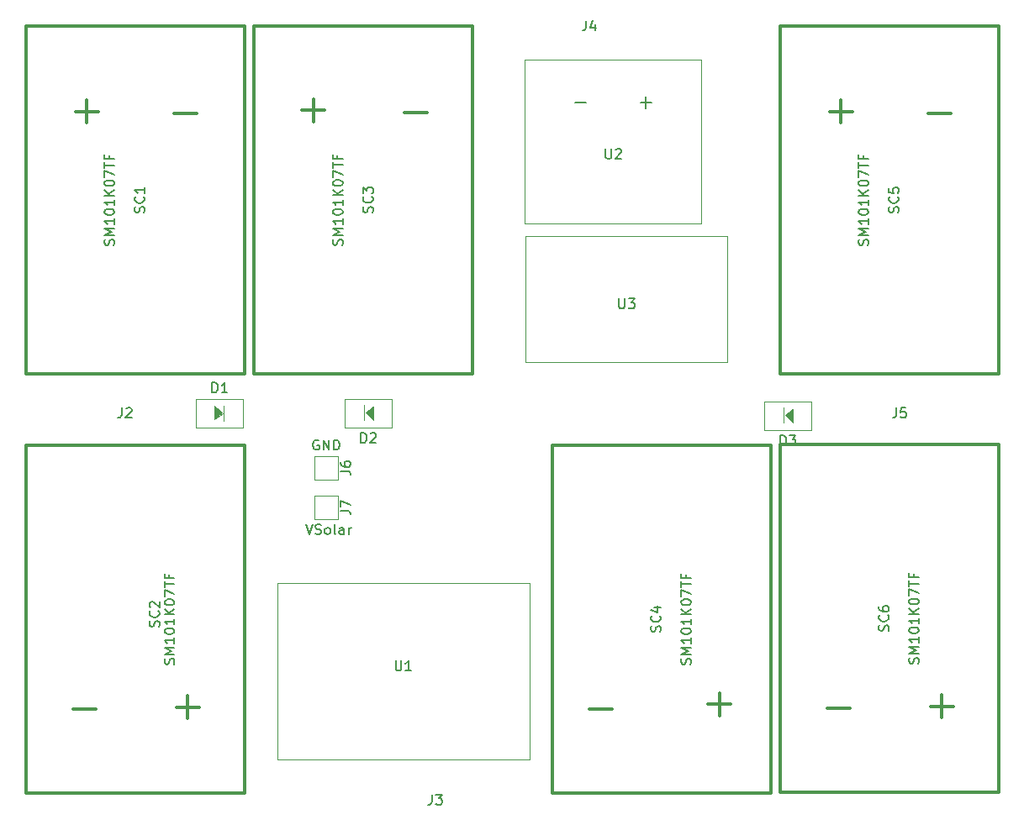
<source format=gbr>
%TF.GenerationSoftware,KiCad,Pcbnew,(5.1.10)-1*%
%TF.CreationDate,2022-06-07T20:21:30-07:00*%
%TF.ProjectId,solar-panel-side-Z,736f6c61-722d-4706-916e-656c2d736964,1.1*%
%TF.SameCoordinates,Original*%
%TF.FileFunction,Legend,Top*%
%TF.FilePolarity,Positive*%
%FSLAX46Y46*%
G04 Gerber Fmt 4.6, Leading zero omitted, Abs format (unit mm)*
G04 Created by KiCad (PCBNEW (5.1.10)-1) date 2022-06-07 20:21:30*
%MOMM*%
%LPD*%
G01*
G04 APERTURE LIST*
%ADD10C,0.150000*%
%ADD11C,0.120000*%
%ADD12C,0.100000*%
%ADD13C,0.300000*%
%ADD14C,0.200000*%
G04 APERTURE END LIST*
D10*
X129988095Y-88250000D02*
X129892857Y-88202380D01*
X129750000Y-88202380D01*
X129607142Y-88250000D01*
X129511904Y-88345238D01*
X129464285Y-88440476D01*
X129416666Y-88630952D01*
X129416666Y-88773809D01*
X129464285Y-88964285D01*
X129511904Y-89059523D01*
X129607142Y-89154761D01*
X129750000Y-89202380D01*
X129845238Y-89202380D01*
X129988095Y-89154761D01*
X130035714Y-89107142D01*
X130035714Y-88773809D01*
X129845238Y-88773809D01*
X130464285Y-89202380D02*
X130464285Y-88202380D01*
X131035714Y-89202380D01*
X131035714Y-88202380D01*
X131511904Y-89202380D02*
X131511904Y-88202380D01*
X131750000Y-88202380D01*
X131892857Y-88250000D01*
X131988095Y-88345238D01*
X132035714Y-88440476D01*
X132083333Y-88630952D01*
X132083333Y-88773809D01*
X132035714Y-88964285D01*
X131988095Y-89059523D01*
X131892857Y-89154761D01*
X131750000Y-89202380D01*
X131511904Y-89202380D01*
X128714285Y-96702380D02*
X129047619Y-97702380D01*
X129380952Y-96702380D01*
X129666666Y-97654761D02*
X129809523Y-97702380D01*
X130047619Y-97702380D01*
X130142857Y-97654761D01*
X130190476Y-97607142D01*
X130238095Y-97511904D01*
X130238095Y-97416666D01*
X130190476Y-97321428D01*
X130142857Y-97273809D01*
X130047619Y-97226190D01*
X129857142Y-97178571D01*
X129761904Y-97130952D01*
X129714285Y-97083333D01*
X129666666Y-96988095D01*
X129666666Y-96892857D01*
X129714285Y-96797619D01*
X129761904Y-96750000D01*
X129857142Y-96702380D01*
X130095238Y-96702380D01*
X130238095Y-96750000D01*
X130809523Y-97702380D02*
X130714285Y-97654761D01*
X130666666Y-97607142D01*
X130619047Y-97511904D01*
X130619047Y-97226190D01*
X130666666Y-97130952D01*
X130714285Y-97083333D01*
X130809523Y-97035714D01*
X130952380Y-97035714D01*
X131047619Y-97083333D01*
X131095238Y-97130952D01*
X131142857Y-97226190D01*
X131142857Y-97511904D01*
X131095238Y-97607142D01*
X131047619Y-97654761D01*
X130952380Y-97702380D01*
X130809523Y-97702380D01*
X131714285Y-97702380D02*
X131619047Y-97654761D01*
X131571428Y-97559523D01*
X131571428Y-96702380D01*
X132523809Y-97702380D02*
X132523809Y-97178571D01*
X132476190Y-97083333D01*
X132380952Y-97035714D01*
X132190476Y-97035714D01*
X132095238Y-97083333D01*
X132523809Y-97654761D02*
X132428571Y-97702380D01*
X132190476Y-97702380D01*
X132095238Y-97654761D01*
X132047619Y-97559523D01*
X132047619Y-97464285D01*
X132095238Y-97369047D01*
X132190476Y-97321428D01*
X132428571Y-97321428D01*
X132523809Y-97273809D01*
X132999999Y-97702380D02*
X132999999Y-97035714D01*
X132999999Y-97226190D02*
X133047619Y-97130952D01*
X133095238Y-97083333D01*
X133190476Y-97035714D01*
X133285714Y-97035714D01*
D11*
%TO.C,J7*%
X131950000Y-93800000D02*
X131950000Y-96200000D01*
X131950000Y-96200000D02*
X129550000Y-96200000D01*
X129550000Y-96200000D02*
X129550000Y-93800000D01*
X129550000Y-93800000D02*
X131950000Y-93800000D01*
%TO.C,J6*%
X131950000Y-89800000D02*
X131950000Y-92200000D01*
X131950000Y-92200000D02*
X129550000Y-92200000D01*
X129550000Y-92200000D02*
X129550000Y-89800000D01*
X129550000Y-89800000D02*
X131950000Y-89800000D01*
%TO.C,U1*%
X138500000Y-102610000D02*
X125800000Y-102610000D01*
X125800000Y-111500000D02*
X125800000Y-102610000D01*
X138500000Y-102610000D02*
X151200000Y-102610000D01*
X151200000Y-111500000D02*
X151200000Y-102610000D01*
X125800000Y-111500000D02*
X125800000Y-120390000D01*
X138500000Y-120390000D02*
X125800000Y-120390000D01*
X138500000Y-120390000D02*
X151200000Y-120390000D01*
X151200000Y-111500000D02*
X151200000Y-120390000D01*
%TO.C,D3*%
X176818200Y-84937200D02*
X176818200Y-86486600D01*
D12*
G36*
X177758000Y-86461200D02*
G01*
X176945200Y-85724600D01*
X177758000Y-85115000D01*
X177758000Y-86461200D01*
G37*
X177758000Y-86461200D02*
X176945200Y-85724600D01*
X177758000Y-85115000D01*
X177758000Y-86461200D01*
D11*
X174875000Y-84300000D02*
X179625000Y-84300000D01*
X174875000Y-87200000D02*
X174875000Y-84300000D01*
X179625000Y-87200000D02*
X179625000Y-84300000D01*
X174875000Y-87200000D02*
X179625000Y-87200000D01*
%TO.C,D2*%
X134568200Y-84687200D02*
X134568200Y-86236600D01*
D12*
G36*
X135508000Y-86211200D02*
G01*
X134695200Y-85474600D01*
X135508000Y-84865000D01*
X135508000Y-86211200D01*
G37*
X135508000Y-86211200D02*
X134695200Y-85474600D01*
X135508000Y-84865000D01*
X135508000Y-86211200D01*
D11*
X132625000Y-84050000D02*
X137375000Y-84050000D01*
X132625000Y-86950000D02*
X132625000Y-84050000D01*
X137375000Y-86950000D02*
X137375000Y-84050000D01*
X132625000Y-86950000D02*
X137375000Y-86950000D01*
%TO.C,D1*%
X120431800Y-86312800D02*
X120431800Y-84763400D01*
D12*
G36*
X119492000Y-84788800D02*
G01*
X120304800Y-85525400D01*
X119492000Y-86135000D01*
X119492000Y-84788800D01*
G37*
X119492000Y-84788800D02*
X120304800Y-85525400D01*
X119492000Y-86135000D01*
X119492000Y-84788800D01*
D11*
X122375000Y-86950000D02*
X117625000Y-86950000D01*
X122375000Y-84050000D02*
X122375000Y-86950000D01*
X117625000Y-84050000D02*
X117625000Y-86950000D01*
X122375000Y-84050000D02*
X117625000Y-84050000D01*
%TO.C,U3*%
X161000000Y-67650000D02*
X150840000Y-67650000D01*
X150840000Y-67650000D02*
X150840000Y-74000000D01*
X161000000Y-67650000D02*
X171160000Y-67650000D01*
X171160000Y-67650000D02*
X171160000Y-74000000D01*
X150840000Y-80350000D02*
X150840000Y-74000000D01*
X161000000Y-80350000D02*
X150840000Y-80350000D01*
X171160000Y-80350000D02*
X171160000Y-74000000D01*
X161000000Y-80350000D02*
X171160000Y-80350000D01*
%TO.C,U2*%
X150760000Y-49895000D02*
X168540000Y-49895000D01*
X168540000Y-66405000D02*
X168540000Y-49895000D01*
X150760000Y-64500000D02*
X150760000Y-49895000D01*
X150760000Y-66405000D02*
X150760000Y-64500000D01*
X159650000Y-66405000D02*
X150760000Y-66405000D01*
X159650000Y-66405000D02*
X168540000Y-66405000D01*
D13*
%TO.C,SC5*%
X198452000Y-81508000D02*
X176452000Y-81508000D01*
X198452000Y-46508000D02*
X198452000Y-81508000D01*
X176452000Y-46508000D02*
X198452000Y-46508000D01*
X176452000Y-81508000D02*
X176452000Y-46508000D01*
%TO.C,SC4*%
X175500000Y-88750000D02*
X175500000Y-123750000D01*
X175500000Y-123750000D02*
X153500000Y-123750000D01*
X153500000Y-123750000D02*
X153500000Y-88750000D01*
X153500000Y-88750000D02*
X175500000Y-88750000D01*
%TO.C,SC6*%
X198452000Y-88672000D02*
X198452000Y-123672000D01*
X198452000Y-123672000D02*
X176452000Y-123672000D01*
X176452000Y-123672000D02*
X176452000Y-88672000D01*
X176452000Y-88672000D02*
X198452000Y-88672000D01*
%TO.C,SC3*%
X123500000Y-81500000D02*
X123500000Y-46500000D01*
X123500000Y-46500000D02*
X145500000Y-46500000D01*
X145500000Y-46500000D02*
X145500000Y-81500000D01*
X145500000Y-81500000D02*
X123500000Y-81500000D01*
%TO.C,SC2*%
X100506000Y-88750000D02*
X122506000Y-88750000D01*
X100506000Y-123750000D02*
X100506000Y-88750000D01*
X122506000Y-123750000D02*
X100506000Y-123750000D01*
X122506000Y-88750000D02*
X122506000Y-123750000D01*
%TO.C,SC1*%
X122506000Y-81508000D02*
X100506000Y-81508000D01*
X122506000Y-46508000D02*
X122506000Y-81508000D01*
X100506000Y-46508000D02*
X122506000Y-46508000D01*
X100506000Y-81508000D02*
X100506000Y-46508000D01*
%TO.C,J7*%
D10*
X132200380Y-95333333D02*
X132914666Y-95333333D01*
X133057523Y-95380952D01*
X133152761Y-95476190D01*
X133200380Y-95619047D01*
X133200380Y-95714285D01*
X132200380Y-94952380D02*
X132200380Y-94285714D01*
X133200380Y-94714285D01*
%TO.C,J6*%
X132200380Y-91333333D02*
X132914666Y-91333333D01*
X133057523Y-91380952D01*
X133152761Y-91476190D01*
X133200380Y-91619047D01*
X133200380Y-91714285D01*
X132200380Y-90428571D02*
X132200380Y-90619047D01*
X132248000Y-90714285D01*
X132295619Y-90761904D01*
X132438476Y-90857142D01*
X132628952Y-90904761D01*
X133009904Y-90904761D01*
X133105142Y-90857142D01*
X133152761Y-90809523D01*
X133200380Y-90714285D01*
X133200380Y-90523809D01*
X133152761Y-90428571D01*
X133105142Y-90380952D01*
X133009904Y-90333333D01*
X132771809Y-90333333D01*
X132676571Y-90380952D01*
X132628952Y-90428571D01*
X132581333Y-90523809D01*
X132581333Y-90714285D01*
X132628952Y-90809523D01*
X132676571Y-90857142D01*
X132771809Y-90904761D01*
%TO.C,U1*%
X137738095Y-110452380D02*
X137738095Y-111261904D01*
X137785714Y-111357142D01*
X137833333Y-111404761D01*
X137928571Y-111452380D01*
X138119047Y-111452380D01*
X138214285Y-111404761D01*
X138261904Y-111357142D01*
X138309523Y-111261904D01*
X138309523Y-110452380D01*
X139309523Y-111452380D02*
X138738095Y-111452380D01*
X139023809Y-111452380D02*
X139023809Y-110452380D01*
X138928571Y-110595238D01*
X138833333Y-110690476D01*
X138738095Y-110738095D01*
%TO.C,J5*%
X188166666Y-84952380D02*
X188166666Y-85666666D01*
X188119047Y-85809523D01*
X188023809Y-85904761D01*
X187880952Y-85952380D01*
X187785714Y-85952380D01*
X189119047Y-84952380D02*
X188642857Y-84952380D01*
X188595238Y-85428571D01*
X188642857Y-85380952D01*
X188738095Y-85333333D01*
X188976190Y-85333333D01*
X189071428Y-85380952D01*
X189119047Y-85428571D01*
X189166666Y-85523809D01*
X189166666Y-85761904D01*
X189119047Y-85857142D01*
X189071428Y-85904761D01*
X188976190Y-85952380D01*
X188738095Y-85952380D01*
X188642857Y-85904761D01*
X188595238Y-85857142D01*
%TO.C,J4*%
X156916666Y-45952380D02*
X156916666Y-46666666D01*
X156869047Y-46809523D01*
X156773809Y-46904761D01*
X156630952Y-46952380D01*
X156535714Y-46952380D01*
X157821428Y-46285714D02*
X157821428Y-46952380D01*
X157583333Y-45904761D02*
X157345238Y-46619047D01*
X157964285Y-46619047D01*
%TO.C,J3*%
X141416666Y-123952380D02*
X141416666Y-124666666D01*
X141369047Y-124809523D01*
X141273809Y-124904761D01*
X141130952Y-124952380D01*
X141035714Y-124952380D01*
X141797619Y-123952380D02*
X142416666Y-123952380D01*
X142083333Y-124333333D01*
X142226190Y-124333333D01*
X142321428Y-124380952D01*
X142369047Y-124428571D01*
X142416666Y-124523809D01*
X142416666Y-124761904D01*
X142369047Y-124857142D01*
X142321428Y-124904761D01*
X142226190Y-124952380D01*
X141940476Y-124952380D01*
X141845238Y-124904761D01*
X141797619Y-124857142D01*
%TO.C,J2*%
X110166666Y-84952380D02*
X110166666Y-85666666D01*
X110119047Y-85809523D01*
X110023809Y-85904761D01*
X109880952Y-85952380D01*
X109785714Y-85952380D01*
X110595238Y-85047619D02*
X110642857Y-85000000D01*
X110738095Y-84952380D01*
X110976190Y-84952380D01*
X111071428Y-85000000D01*
X111119047Y-85047619D01*
X111166666Y-85142857D01*
X111166666Y-85238095D01*
X111119047Y-85380952D01*
X110547619Y-85952380D01*
X111166666Y-85952380D01*
%TO.C,D3*%
X176511904Y-88742380D02*
X176511904Y-87742380D01*
X176750000Y-87742380D01*
X176892857Y-87790000D01*
X176988095Y-87885238D01*
X177035714Y-87980476D01*
X177083333Y-88170952D01*
X177083333Y-88313809D01*
X177035714Y-88504285D01*
X176988095Y-88599523D01*
X176892857Y-88694761D01*
X176750000Y-88742380D01*
X176511904Y-88742380D01*
X177416666Y-87742380D02*
X178035714Y-87742380D01*
X177702380Y-88123333D01*
X177845238Y-88123333D01*
X177940476Y-88170952D01*
X177988095Y-88218571D01*
X178035714Y-88313809D01*
X178035714Y-88551904D01*
X177988095Y-88647142D01*
X177940476Y-88694761D01*
X177845238Y-88742380D01*
X177559523Y-88742380D01*
X177464285Y-88694761D01*
X177416666Y-88647142D01*
%TO.C,D2*%
X134261904Y-88492380D02*
X134261904Y-87492380D01*
X134500000Y-87492380D01*
X134642857Y-87540000D01*
X134738095Y-87635238D01*
X134785714Y-87730476D01*
X134833333Y-87920952D01*
X134833333Y-88063809D01*
X134785714Y-88254285D01*
X134738095Y-88349523D01*
X134642857Y-88444761D01*
X134500000Y-88492380D01*
X134261904Y-88492380D01*
X135214285Y-87587619D02*
X135261904Y-87540000D01*
X135357142Y-87492380D01*
X135595238Y-87492380D01*
X135690476Y-87540000D01*
X135738095Y-87587619D01*
X135785714Y-87682857D01*
X135785714Y-87778095D01*
X135738095Y-87920952D01*
X135166666Y-88492380D01*
X135785714Y-88492380D01*
%TO.C,D1*%
X119261904Y-83412380D02*
X119261904Y-82412380D01*
X119500000Y-82412380D01*
X119642857Y-82460000D01*
X119738095Y-82555238D01*
X119785714Y-82650476D01*
X119833333Y-82840952D01*
X119833333Y-82983809D01*
X119785714Y-83174285D01*
X119738095Y-83269523D01*
X119642857Y-83364761D01*
X119500000Y-83412380D01*
X119261904Y-83412380D01*
X120785714Y-83412380D02*
X120214285Y-83412380D01*
X120500000Y-83412380D02*
X120500000Y-82412380D01*
X120404761Y-82555238D01*
X120309523Y-82650476D01*
X120214285Y-82698095D01*
%TO.C,U3*%
X160238095Y-73952380D02*
X160238095Y-74761904D01*
X160285714Y-74857142D01*
X160333333Y-74904761D01*
X160428571Y-74952380D01*
X160619047Y-74952380D01*
X160714285Y-74904761D01*
X160761904Y-74857142D01*
X160809523Y-74761904D01*
X160809523Y-73952380D01*
X161190476Y-73952380D02*
X161809523Y-73952380D01*
X161476190Y-74333333D01*
X161619047Y-74333333D01*
X161714285Y-74380952D01*
X161761904Y-74428571D01*
X161809523Y-74523809D01*
X161809523Y-74761904D01*
X161761904Y-74857142D01*
X161714285Y-74904761D01*
X161619047Y-74952380D01*
X161333333Y-74952380D01*
X161238095Y-74904761D01*
X161190476Y-74857142D01*
%TO.C,U2*%
X158888095Y-58872380D02*
X158888095Y-59681904D01*
X158935714Y-59777142D01*
X158983333Y-59824761D01*
X159078571Y-59872380D01*
X159269047Y-59872380D01*
X159364285Y-59824761D01*
X159411904Y-59777142D01*
X159459523Y-59681904D01*
X159459523Y-58872380D01*
X159888095Y-58967619D02*
X159935714Y-58920000D01*
X160030952Y-58872380D01*
X160269047Y-58872380D01*
X160364285Y-58920000D01*
X160411904Y-58967619D01*
X160459523Y-59062857D01*
X160459523Y-59158095D01*
X160411904Y-59300952D01*
X159840476Y-59872380D01*
X160459523Y-59872380D01*
D14*
X162380571Y-54193142D02*
X163523428Y-54193142D01*
X162952000Y-54764571D02*
X162952000Y-53621714D01*
X155776571Y-54193142D02*
X156919428Y-54193142D01*
%TO.C,SC5*%
D10*
X188356761Y-65269904D02*
X188404380Y-65127047D01*
X188404380Y-64888952D01*
X188356761Y-64793714D01*
X188309142Y-64746095D01*
X188213904Y-64698476D01*
X188118666Y-64698476D01*
X188023428Y-64746095D01*
X187975809Y-64793714D01*
X187928190Y-64888952D01*
X187880571Y-65079428D01*
X187832952Y-65174666D01*
X187785333Y-65222285D01*
X187690095Y-65269904D01*
X187594857Y-65269904D01*
X187499619Y-65222285D01*
X187452000Y-65174666D01*
X187404380Y-65079428D01*
X187404380Y-64841333D01*
X187452000Y-64698476D01*
X188309142Y-63698476D02*
X188356761Y-63746095D01*
X188404380Y-63888952D01*
X188404380Y-63984190D01*
X188356761Y-64127047D01*
X188261523Y-64222285D01*
X188166285Y-64269904D01*
X187975809Y-64317523D01*
X187832952Y-64317523D01*
X187642476Y-64269904D01*
X187547238Y-64222285D01*
X187452000Y-64127047D01*
X187404380Y-63984190D01*
X187404380Y-63888952D01*
X187452000Y-63746095D01*
X187499619Y-63698476D01*
X187404380Y-62793714D02*
X187404380Y-63269904D01*
X187880571Y-63317523D01*
X187832952Y-63269904D01*
X187785333Y-63174666D01*
X187785333Y-62936571D01*
X187832952Y-62841333D01*
X187880571Y-62793714D01*
X187975809Y-62746095D01*
X188213904Y-62746095D01*
X188309142Y-62793714D01*
X188356761Y-62841333D01*
X188404380Y-62936571D01*
X188404380Y-63174666D01*
X188356761Y-63269904D01*
X188309142Y-63317523D01*
X185316761Y-68555619D02*
X185364380Y-68412761D01*
X185364380Y-68174666D01*
X185316761Y-68079428D01*
X185269142Y-68031809D01*
X185173904Y-67984190D01*
X185078666Y-67984190D01*
X184983428Y-68031809D01*
X184935809Y-68079428D01*
X184888190Y-68174666D01*
X184840571Y-68365142D01*
X184792952Y-68460380D01*
X184745333Y-68508000D01*
X184650095Y-68555619D01*
X184554857Y-68555619D01*
X184459619Y-68508000D01*
X184412000Y-68460380D01*
X184364380Y-68365142D01*
X184364380Y-68127047D01*
X184412000Y-67984190D01*
X185364380Y-67555619D02*
X184364380Y-67555619D01*
X185078666Y-67222285D01*
X184364380Y-66888952D01*
X185364380Y-66888952D01*
X185364380Y-65888952D02*
X185364380Y-66460380D01*
X185364380Y-66174666D02*
X184364380Y-66174666D01*
X184507238Y-66269904D01*
X184602476Y-66365142D01*
X184650095Y-66460380D01*
X184364380Y-65269904D02*
X184364380Y-65174666D01*
X184412000Y-65079428D01*
X184459619Y-65031809D01*
X184554857Y-64984190D01*
X184745333Y-64936571D01*
X184983428Y-64936571D01*
X185173904Y-64984190D01*
X185269142Y-65031809D01*
X185316761Y-65079428D01*
X185364380Y-65174666D01*
X185364380Y-65269904D01*
X185316761Y-65365142D01*
X185269142Y-65412761D01*
X185173904Y-65460380D01*
X184983428Y-65508000D01*
X184745333Y-65508000D01*
X184554857Y-65460380D01*
X184459619Y-65412761D01*
X184412000Y-65365142D01*
X184364380Y-65269904D01*
X185364380Y-63984190D02*
X185364380Y-64555619D01*
X185364380Y-64269904D02*
X184364380Y-64269904D01*
X184507238Y-64365142D01*
X184602476Y-64460380D01*
X184650095Y-64555619D01*
X185364380Y-63555619D02*
X184364380Y-63555619D01*
X185364380Y-62984190D02*
X184792952Y-63412761D01*
X184364380Y-62984190D02*
X184935809Y-63555619D01*
X184364380Y-62365142D02*
X184364380Y-62269904D01*
X184412000Y-62174666D01*
X184459619Y-62127047D01*
X184554857Y-62079428D01*
X184745333Y-62031809D01*
X184983428Y-62031809D01*
X185173904Y-62079428D01*
X185269142Y-62127047D01*
X185316761Y-62174666D01*
X185364380Y-62269904D01*
X185364380Y-62365142D01*
X185316761Y-62460380D01*
X185269142Y-62508000D01*
X185173904Y-62555619D01*
X184983428Y-62603238D01*
X184745333Y-62603238D01*
X184554857Y-62555619D01*
X184459619Y-62508000D01*
X184412000Y-62460380D01*
X184364380Y-62365142D01*
X184364380Y-61698476D02*
X184364380Y-61031809D01*
X185364380Y-61460380D01*
X184364380Y-60793714D02*
X184364380Y-60222285D01*
X185364380Y-60508000D02*
X184364380Y-60508000D01*
X184840571Y-59555619D02*
X184840571Y-59888952D01*
X185364380Y-59888952D02*
X184364380Y-59888952D01*
X184364380Y-59412761D01*
D13*
X191389142Y-55332285D02*
X193674857Y-55332285D01*
X182586285Y-56260857D02*
X182586285Y-53975142D01*
X183729142Y-55118000D02*
X181443428Y-55118000D01*
%TO.C,SC4*%
D10*
X164404761Y-107511904D02*
X164452380Y-107369047D01*
X164452380Y-107130952D01*
X164404761Y-107035714D01*
X164357142Y-106988095D01*
X164261904Y-106940476D01*
X164166666Y-106940476D01*
X164071428Y-106988095D01*
X164023809Y-107035714D01*
X163976190Y-107130952D01*
X163928571Y-107321428D01*
X163880952Y-107416666D01*
X163833333Y-107464285D01*
X163738095Y-107511904D01*
X163642857Y-107511904D01*
X163547619Y-107464285D01*
X163500000Y-107416666D01*
X163452380Y-107321428D01*
X163452380Y-107083333D01*
X163500000Y-106940476D01*
X164357142Y-105940476D02*
X164404761Y-105988095D01*
X164452380Y-106130952D01*
X164452380Y-106226190D01*
X164404761Y-106369047D01*
X164309523Y-106464285D01*
X164214285Y-106511904D01*
X164023809Y-106559523D01*
X163880952Y-106559523D01*
X163690476Y-106511904D01*
X163595238Y-106464285D01*
X163500000Y-106369047D01*
X163452380Y-106226190D01*
X163452380Y-106130952D01*
X163500000Y-105988095D01*
X163547619Y-105940476D01*
X163785714Y-105083333D02*
X164452380Y-105083333D01*
X163404761Y-105321428D02*
X164119047Y-105559523D01*
X164119047Y-104940476D01*
X167444761Y-110797619D02*
X167492380Y-110654761D01*
X167492380Y-110416666D01*
X167444761Y-110321428D01*
X167397142Y-110273809D01*
X167301904Y-110226190D01*
X167206666Y-110226190D01*
X167111428Y-110273809D01*
X167063809Y-110321428D01*
X167016190Y-110416666D01*
X166968571Y-110607142D01*
X166920952Y-110702380D01*
X166873333Y-110750000D01*
X166778095Y-110797619D01*
X166682857Y-110797619D01*
X166587619Y-110750000D01*
X166540000Y-110702380D01*
X166492380Y-110607142D01*
X166492380Y-110369047D01*
X166540000Y-110226190D01*
X167492380Y-109797619D02*
X166492380Y-109797619D01*
X167206666Y-109464285D01*
X166492380Y-109130952D01*
X167492380Y-109130952D01*
X167492380Y-108130952D02*
X167492380Y-108702380D01*
X167492380Y-108416666D02*
X166492380Y-108416666D01*
X166635238Y-108511904D01*
X166730476Y-108607142D01*
X166778095Y-108702380D01*
X166492380Y-107511904D02*
X166492380Y-107416666D01*
X166540000Y-107321428D01*
X166587619Y-107273809D01*
X166682857Y-107226190D01*
X166873333Y-107178571D01*
X167111428Y-107178571D01*
X167301904Y-107226190D01*
X167397142Y-107273809D01*
X167444761Y-107321428D01*
X167492380Y-107416666D01*
X167492380Y-107511904D01*
X167444761Y-107607142D01*
X167397142Y-107654761D01*
X167301904Y-107702380D01*
X167111428Y-107750000D01*
X166873333Y-107750000D01*
X166682857Y-107702380D01*
X166587619Y-107654761D01*
X166540000Y-107607142D01*
X166492380Y-107511904D01*
X167492380Y-106226190D02*
X167492380Y-106797619D01*
X167492380Y-106511904D02*
X166492380Y-106511904D01*
X166635238Y-106607142D01*
X166730476Y-106702380D01*
X166778095Y-106797619D01*
X167492380Y-105797619D02*
X166492380Y-105797619D01*
X167492380Y-105226190D02*
X166920952Y-105654761D01*
X166492380Y-105226190D02*
X167063809Y-105797619D01*
X166492380Y-104607142D02*
X166492380Y-104511904D01*
X166540000Y-104416666D01*
X166587619Y-104369047D01*
X166682857Y-104321428D01*
X166873333Y-104273809D01*
X167111428Y-104273809D01*
X167301904Y-104321428D01*
X167397142Y-104369047D01*
X167444761Y-104416666D01*
X167492380Y-104511904D01*
X167492380Y-104607142D01*
X167444761Y-104702380D01*
X167397142Y-104750000D01*
X167301904Y-104797619D01*
X167111428Y-104845238D01*
X166873333Y-104845238D01*
X166682857Y-104797619D01*
X166587619Y-104750000D01*
X166540000Y-104702380D01*
X166492380Y-104607142D01*
X166492380Y-103940476D02*
X166492380Y-103273809D01*
X167492380Y-103702380D01*
X166492380Y-103035714D02*
X166492380Y-102464285D01*
X167492380Y-102750000D02*
X166492380Y-102750000D01*
X166968571Y-101797619D02*
X166968571Y-102130952D01*
X167492380Y-102130952D02*
X166492380Y-102130952D01*
X166492380Y-101654761D01*
D13*
X170368285Y-115970857D02*
X170368285Y-113685142D01*
X171511142Y-114828000D02*
X169225428Y-114828000D01*
X157261142Y-115292285D02*
X159546857Y-115292285D01*
%TO.C,SC6*%
D10*
X187356761Y-107433904D02*
X187404380Y-107291047D01*
X187404380Y-107052952D01*
X187356761Y-106957714D01*
X187309142Y-106910095D01*
X187213904Y-106862476D01*
X187118666Y-106862476D01*
X187023428Y-106910095D01*
X186975809Y-106957714D01*
X186928190Y-107052952D01*
X186880571Y-107243428D01*
X186832952Y-107338666D01*
X186785333Y-107386285D01*
X186690095Y-107433904D01*
X186594857Y-107433904D01*
X186499619Y-107386285D01*
X186452000Y-107338666D01*
X186404380Y-107243428D01*
X186404380Y-107005333D01*
X186452000Y-106862476D01*
X187309142Y-105862476D02*
X187356761Y-105910095D01*
X187404380Y-106052952D01*
X187404380Y-106148190D01*
X187356761Y-106291047D01*
X187261523Y-106386285D01*
X187166285Y-106433904D01*
X186975809Y-106481523D01*
X186832952Y-106481523D01*
X186642476Y-106433904D01*
X186547238Y-106386285D01*
X186452000Y-106291047D01*
X186404380Y-106148190D01*
X186404380Y-106052952D01*
X186452000Y-105910095D01*
X186499619Y-105862476D01*
X186404380Y-105005333D02*
X186404380Y-105195809D01*
X186452000Y-105291047D01*
X186499619Y-105338666D01*
X186642476Y-105433904D01*
X186832952Y-105481523D01*
X187213904Y-105481523D01*
X187309142Y-105433904D01*
X187356761Y-105386285D01*
X187404380Y-105291047D01*
X187404380Y-105100571D01*
X187356761Y-105005333D01*
X187309142Y-104957714D01*
X187213904Y-104910095D01*
X186975809Y-104910095D01*
X186880571Y-104957714D01*
X186832952Y-105005333D01*
X186785333Y-105100571D01*
X186785333Y-105291047D01*
X186832952Y-105386285D01*
X186880571Y-105433904D01*
X186975809Y-105481523D01*
X190396761Y-110719619D02*
X190444380Y-110576761D01*
X190444380Y-110338666D01*
X190396761Y-110243428D01*
X190349142Y-110195809D01*
X190253904Y-110148190D01*
X190158666Y-110148190D01*
X190063428Y-110195809D01*
X190015809Y-110243428D01*
X189968190Y-110338666D01*
X189920571Y-110529142D01*
X189872952Y-110624380D01*
X189825333Y-110672000D01*
X189730095Y-110719619D01*
X189634857Y-110719619D01*
X189539619Y-110672000D01*
X189492000Y-110624380D01*
X189444380Y-110529142D01*
X189444380Y-110291047D01*
X189492000Y-110148190D01*
X190444380Y-109719619D02*
X189444380Y-109719619D01*
X190158666Y-109386285D01*
X189444380Y-109052952D01*
X190444380Y-109052952D01*
X190444380Y-108052952D02*
X190444380Y-108624380D01*
X190444380Y-108338666D02*
X189444380Y-108338666D01*
X189587238Y-108433904D01*
X189682476Y-108529142D01*
X189730095Y-108624380D01*
X189444380Y-107433904D02*
X189444380Y-107338666D01*
X189492000Y-107243428D01*
X189539619Y-107195809D01*
X189634857Y-107148190D01*
X189825333Y-107100571D01*
X190063428Y-107100571D01*
X190253904Y-107148190D01*
X190349142Y-107195809D01*
X190396761Y-107243428D01*
X190444380Y-107338666D01*
X190444380Y-107433904D01*
X190396761Y-107529142D01*
X190349142Y-107576761D01*
X190253904Y-107624380D01*
X190063428Y-107672000D01*
X189825333Y-107672000D01*
X189634857Y-107624380D01*
X189539619Y-107576761D01*
X189492000Y-107529142D01*
X189444380Y-107433904D01*
X190444380Y-106148190D02*
X190444380Y-106719619D01*
X190444380Y-106433904D02*
X189444380Y-106433904D01*
X189587238Y-106529142D01*
X189682476Y-106624380D01*
X189730095Y-106719619D01*
X190444380Y-105719619D02*
X189444380Y-105719619D01*
X190444380Y-105148190D02*
X189872952Y-105576761D01*
X189444380Y-105148190D02*
X190015809Y-105719619D01*
X189444380Y-104529142D02*
X189444380Y-104433904D01*
X189492000Y-104338666D01*
X189539619Y-104291047D01*
X189634857Y-104243428D01*
X189825333Y-104195809D01*
X190063428Y-104195809D01*
X190253904Y-104243428D01*
X190349142Y-104291047D01*
X190396761Y-104338666D01*
X190444380Y-104433904D01*
X190444380Y-104529142D01*
X190396761Y-104624380D01*
X190349142Y-104672000D01*
X190253904Y-104719619D01*
X190063428Y-104767238D01*
X189825333Y-104767238D01*
X189634857Y-104719619D01*
X189539619Y-104672000D01*
X189492000Y-104624380D01*
X189444380Y-104529142D01*
X189444380Y-103862476D02*
X189444380Y-103195809D01*
X190444380Y-103624380D01*
X189444380Y-102957714D02*
X189444380Y-102386285D01*
X190444380Y-102672000D02*
X189444380Y-102672000D01*
X189920571Y-101719619D02*
X189920571Y-102052952D01*
X190444380Y-102052952D02*
X189444380Y-102052952D01*
X189444380Y-101576761D01*
D13*
X192746285Y-116204857D02*
X192746285Y-113919142D01*
X193889142Y-115062000D02*
X191603428Y-115062000D01*
X181229142Y-115276285D02*
X183514857Y-115276285D01*
%TO.C,SC3*%
D10*
X135404761Y-65261904D02*
X135452380Y-65119047D01*
X135452380Y-64880952D01*
X135404761Y-64785714D01*
X135357142Y-64738095D01*
X135261904Y-64690476D01*
X135166666Y-64690476D01*
X135071428Y-64738095D01*
X135023809Y-64785714D01*
X134976190Y-64880952D01*
X134928571Y-65071428D01*
X134880952Y-65166666D01*
X134833333Y-65214285D01*
X134738095Y-65261904D01*
X134642857Y-65261904D01*
X134547619Y-65214285D01*
X134500000Y-65166666D01*
X134452380Y-65071428D01*
X134452380Y-64833333D01*
X134500000Y-64690476D01*
X135357142Y-63690476D02*
X135404761Y-63738095D01*
X135452380Y-63880952D01*
X135452380Y-63976190D01*
X135404761Y-64119047D01*
X135309523Y-64214285D01*
X135214285Y-64261904D01*
X135023809Y-64309523D01*
X134880952Y-64309523D01*
X134690476Y-64261904D01*
X134595238Y-64214285D01*
X134500000Y-64119047D01*
X134452380Y-63976190D01*
X134452380Y-63880952D01*
X134500000Y-63738095D01*
X134547619Y-63690476D01*
X134452380Y-63357142D02*
X134452380Y-62738095D01*
X134833333Y-63071428D01*
X134833333Y-62928571D01*
X134880952Y-62833333D01*
X134928571Y-62785714D01*
X135023809Y-62738095D01*
X135261904Y-62738095D01*
X135357142Y-62785714D01*
X135404761Y-62833333D01*
X135452380Y-62928571D01*
X135452380Y-63214285D01*
X135404761Y-63309523D01*
X135357142Y-63357142D01*
X132364761Y-68547619D02*
X132412380Y-68404761D01*
X132412380Y-68166666D01*
X132364761Y-68071428D01*
X132317142Y-68023809D01*
X132221904Y-67976190D01*
X132126666Y-67976190D01*
X132031428Y-68023809D01*
X131983809Y-68071428D01*
X131936190Y-68166666D01*
X131888571Y-68357142D01*
X131840952Y-68452380D01*
X131793333Y-68500000D01*
X131698095Y-68547619D01*
X131602857Y-68547619D01*
X131507619Y-68500000D01*
X131460000Y-68452380D01*
X131412380Y-68357142D01*
X131412380Y-68119047D01*
X131460000Y-67976190D01*
X132412380Y-67547619D02*
X131412380Y-67547619D01*
X132126666Y-67214285D01*
X131412380Y-66880952D01*
X132412380Y-66880952D01*
X132412380Y-65880952D02*
X132412380Y-66452380D01*
X132412380Y-66166666D02*
X131412380Y-66166666D01*
X131555238Y-66261904D01*
X131650476Y-66357142D01*
X131698095Y-66452380D01*
X131412380Y-65261904D02*
X131412380Y-65166666D01*
X131460000Y-65071428D01*
X131507619Y-65023809D01*
X131602857Y-64976190D01*
X131793333Y-64928571D01*
X132031428Y-64928571D01*
X132221904Y-64976190D01*
X132317142Y-65023809D01*
X132364761Y-65071428D01*
X132412380Y-65166666D01*
X132412380Y-65261904D01*
X132364761Y-65357142D01*
X132317142Y-65404761D01*
X132221904Y-65452380D01*
X132031428Y-65500000D01*
X131793333Y-65500000D01*
X131602857Y-65452380D01*
X131507619Y-65404761D01*
X131460000Y-65357142D01*
X131412380Y-65261904D01*
X132412380Y-63976190D02*
X132412380Y-64547619D01*
X132412380Y-64261904D02*
X131412380Y-64261904D01*
X131555238Y-64357142D01*
X131650476Y-64452380D01*
X131698095Y-64547619D01*
X132412380Y-63547619D02*
X131412380Y-63547619D01*
X132412380Y-62976190D02*
X131840952Y-63404761D01*
X131412380Y-62976190D02*
X131983809Y-63547619D01*
X131412380Y-62357142D02*
X131412380Y-62261904D01*
X131460000Y-62166666D01*
X131507619Y-62119047D01*
X131602857Y-62071428D01*
X131793333Y-62023809D01*
X132031428Y-62023809D01*
X132221904Y-62071428D01*
X132317142Y-62119047D01*
X132364761Y-62166666D01*
X132412380Y-62261904D01*
X132412380Y-62357142D01*
X132364761Y-62452380D01*
X132317142Y-62500000D01*
X132221904Y-62547619D01*
X132031428Y-62595238D01*
X131793333Y-62595238D01*
X131602857Y-62547619D01*
X131507619Y-62500000D01*
X131460000Y-62452380D01*
X131412380Y-62357142D01*
X131412380Y-61690476D02*
X131412380Y-61023809D01*
X132412380Y-61452380D01*
X131412380Y-60785714D02*
X131412380Y-60214285D01*
X132412380Y-60500000D02*
X131412380Y-60500000D01*
X131888571Y-59547619D02*
X131888571Y-59880952D01*
X132412380Y-59880952D02*
X131412380Y-59880952D01*
X131412380Y-59404761D01*
D13*
X129464285Y-56134857D02*
X129464285Y-53849142D01*
X130607142Y-54992000D02*
X128321428Y-54992000D01*
X138607142Y-55206285D02*
X140892857Y-55206285D01*
%TO.C,SC2*%
D10*
X113904761Y-107011904D02*
X113952380Y-106869047D01*
X113952380Y-106630952D01*
X113904761Y-106535714D01*
X113857142Y-106488095D01*
X113761904Y-106440476D01*
X113666666Y-106440476D01*
X113571428Y-106488095D01*
X113523809Y-106535714D01*
X113476190Y-106630952D01*
X113428571Y-106821428D01*
X113380952Y-106916666D01*
X113333333Y-106964285D01*
X113238095Y-107011904D01*
X113142857Y-107011904D01*
X113047619Y-106964285D01*
X113000000Y-106916666D01*
X112952380Y-106821428D01*
X112952380Y-106583333D01*
X113000000Y-106440476D01*
X113857142Y-105440476D02*
X113904761Y-105488095D01*
X113952380Y-105630952D01*
X113952380Y-105726190D01*
X113904761Y-105869047D01*
X113809523Y-105964285D01*
X113714285Y-106011904D01*
X113523809Y-106059523D01*
X113380952Y-106059523D01*
X113190476Y-106011904D01*
X113095238Y-105964285D01*
X113000000Y-105869047D01*
X112952380Y-105726190D01*
X112952380Y-105630952D01*
X113000000Y-105488095D01*
X113047619Y-105440476D01*
X113047619Y-105059523D02*
X113000000Y-105011904D01*
X112952380Y-104916666D01*
X112952380Y-104678571D01*
X113000000Y-104583333D01*
X113047619Y-104535714D01*
X113142857Y-104488095D01*
X113238095Y-104488095D01*
X113380952Y-104535714D01*
X113952380Y-105107142D01*
X113952380Y-104488095D01*
X115404761Y-110797619D02*
X115452380Y-110654761D01*
X115452380Y-110416666D01*
X115404761Y-110321428D01*
X115357142Y-110273809D01*
X115261904Y-110226190D01*
X115166666Y-110226190D01*
X115071428Y-110273809D01*
X115023809Y-110321428D01*
X114976190Y-110416666D01*
X114928571Y-110607142D01*
X114880952Y-110702380D01*
X114833333Y-110750000D01*
X114738095Y-110797619D01*
X114642857Y-110797619D01*
X114547619Y-110750000D01*
X114500000Y-110702380D01*
X114452380Y-110607142D01*
X114452380Y-110369047D01*
X114500000Y-110226190D01*
X115452380Y-109797619D02*
X114452380Y-109797619D01*
X115166666Y-109464285D01*
X114452380Y-109130952D01*
X115452380Y-109130952D01*
X115452380Y-108130952D02*
X115452380Y-108702380D01*
X115452380Y-108416666D02*
X114452380Y-108416666D01*
X114595238Y-108511904D01*
X114690476Y-108607142D01*
X114738095Y-108702380D01*
X114452380Y-107511904D02*
X114452380Y-107416666D01*
X114500000Y-107321428D01*
X114547619Y-107273809D01*
X114642857Y-107226190D01*
X114833333Y-107178571D01*
X115071428Y-107178571D01*
X115261904Y-107226190D01*
X115357142Y-107273809D01*
X115404761Y-107321428D01*
X115452380Y-107416666D01*
X115452380Y-107511904D01*
X115404761Y-107607142D01*
X115357142Y-107654761D01*
X115261904Y-107702380D01*
X115071428Y-107750000D01*
X114833333Y-107750000D01*
X114642857Y-107702380D01*
X114547619Y-107654761D01*
X114500000Y-107607142D01*
X114452380Y-107511904D01*
X115452380Y-106226190D02*
X115452380Y-106797619D01*
X115452380Y-106511904D02*
X114452380Y-106511904D01*
X114595238Y-106607142D01*
X114690476Y-106702380D01*
X114738095Y-106797619D01*
X115452380Y-105797619D02*
X114452380Y-105797619D01*
X115452380Y-105226190D02*
X114880952Y-105654761D01*
X114452380Y-105226190D02*
X115023809Y-105797619D01*
X114452380Y-104607142D02*
X114452380Y-104511904D01*
X114500000Y-104416666D01*
X114547619Y-104369047D01*
X114642857Y-104321428D01*
X114833333Y-104273809D01*
X115071428Y-104273809D01*
X115261904Y-104321428D01*
X115357142Y-104369047D01*
X115404761Y-104416666D01*
X115452380Y-104511904D01*
X115452380Y-104607142D01*
X115404761Y-104702380D01*
X115357142Y-104750000D01*
X115261904Y-104797619D01*
X115071428Y-104845238D01*
X114833333Y-104845238D01*
X114642857Y-104797619D01*
X114547619Y-104750000D01*
X114500000Y-104702380D01*
X114452380Y-104607142D01*
X114452380Y-103940476D02*
X114452380Y-103273809D01*
X115452380Y-103702380D01*
X114452380Y-103035714D02*
X114452380Y-102464285D01*
X115452380Y-102750000D02*
X114452380Y-102750000D01*
X114928571Y-101797619D02*
X114928571Y-102130952D01*
X115452380Y-102130952D02*
X114452380Y-102130952D01*
X114452380Y-101654761D01*
D13*
X105283142Y-115354285D02*
X107568857Y-115354285D01*
X116800285Y-116282857D02*
X116800285Y-113997142D01*
X117943142Y-115140000D02*
X115657428Y-115140000D01*
%TO.C,SC1*%
D10*
X112410761Y-65269904D02*
X112458380Y-65127047D01*
X112458380Y-64888952D01*
X112410761Y-64793714D01*
X112363142Y-64746095D01*
X112267904Y-64698476D01*
X112172666Y-64698476D01*
X112077428Y-64746095D01*
X112029809Y-64793714D01*
X111982190Y-64888952D01*
X111934571Y-65079428D01*
X111886952Y-65174666D01*
X111839333Y-65222285D01*
X111744095Y-65269904D01*
X111648857Y-65269904D01*
X111553619Y-65222285D01*
X111506000Y-65174666D01*
X111458380Y-65079428D01*
X111458380Y-64841333D01*
X111506000Y-64698476D01*
X112363142Y-63698476D02*
X112410761Y-63746095D01*
X112458380Y-63888952D01*
X112458380Y-63984190D01*
X112410761Y-64127047D01*
X112315523Y-64222285D01*
X112220285Y-64269904D01*
X112029809Y-64317523D01*
X111886952Y-64317523D01*
X111696476Y-64269904D01*
X111601238Y-64222285D01*
X111506000Y-64127047D01*
X111458380Y-63984190D01*
X111458380Y-63888952D01*
X111506000Y-63746095D01*
X111553619Y-63698476D01*
X112458380Y-62746095D02*
X112458380Y-63317523D01*
X112458380Y-63031809D02*
X111458380Y-63031809D01*
X111601238Y-63127047D01*
X111696476Y-63222285D01*
X111744095Y-63317523D01*
X109370761Y-68555619D02*
X109418380Y-68412761D01*
X109418380Y-68174666D01*
X109370761Y-68079428D01*
X109323142Y-68031809D01*
X109227904Y-67984190D01*
X109132666Y-67984190D01*
X109037428Y-68031809D01*
X108989809Y-68079428D01*
X108942190Y-68174666D01*
X108894571Y-68365142D01*
X108846952Y-68460380D01*
X108799333Y-68508000D01*
X108704095Y-68555619D01*
X108608857Y-68555619D01*
X108513619Y-68508000D01*
X108466000Y-68460380D01*
X108418380Y-68365142D01*
X108418380Y-68127047D01*
X108466000Y-67984190D01*
X109418380Y-67555619D02*
X108418380Y-67555619D01*
X109132666Y-67222285D01*
X108418380Y-66888952D01*
X109418380Y-66888952D01*
X109418380Y-65888952D02*
X109418380Y-66460380D01*
X109418380Y-66174666D02*
X108418380Y-66174666D01*
X108561238Y-66269904D01*
X108656476Y-66365142D01*
X108704095Y-66460380D01*
X108418380Y-65269904D02*
X108418380Y-65174666D01*
X108466000Y-65079428D01*
X108513619Y-65031809D01*
X108608857Y-64984190D01*
X108799333Y-64936571D01*
X109037428Y-64936571D01*
X109227904Y-64984190D01*
X109323142Y-65031809D01*
X109370761Y-65079428D01*
X109418380Y-65174666D01*
X109418380Y-65269904D01*
X109370761Y-65365142D01*
X109323142Y-65412761D01*
X109227904Y-65460380D01*
X109037428Y-65508000D01*
X108799333Y-65508000D01*
X108608857Y-65460380D01*
X108513619Y-65412761D01*
X108466000Y-65365142D01*
X108418380Y-65269904D01*
X109418380Y-63984190D02*
X109418380Y-64555619D01*
X109418380Y-64269904D02*
X108418380Y-64269904D01*
X108561238Y-64365142D01*
X108656476Y-64460380D01*
X108704095Y-64555619D01*
X109418380Y-63555619D02*
X108418380Y-63555619D01*
X109418380Y-62984190D02*
X108846952Y-63412761D01*
X108418380Y-62984190D02*
X108989809Y-63555619D01*
X108418380Y-62365142D02*
X108418380Y-62269904D01*
X108466000Y-62174666D01*
X108513619Y-62127047D01*
X108608857Y-62079428D01*
X108799333Y-62031809D01*
X109037428Y-62031809D01*
X109227904Y-62079428D01*
X109323142Y-62127047D01*
X109370761Y-62174666D01*
X109418380Y-62269904D01*
X109418380Y-62365142D01*
X109370761Y-62460380D01*
X109323142Y-62508000D01*
X109227904Y-62555619D01*
X109037428Y-62603238D01*
X108799333Y-62603238D01*
X108608857Y-62555619D01*
X108513619Y-62508000D01*
X108466000Y-62460380D01*
X108418380Y-62365142D01*
X108418380Y-61698476D02*
X108418380Y-61031809D01*
X109418380Y-61460380D01*
X108418380Y-60793714D02*
X108418380Y-60222285D01*
X109418380Y-60508000D02*
X108418380Y-60508000D01*
X108894571Y-59555619D02*
X108894571Y-59888952D01*
X109418380Y-59888952D02*
X108418380Y-59888952D01*
X108418380Y-59412761D01*
D13*
X115443142Y-55332285D02*
X117728857Y-55332285D01*
X106640285Y-56260857D02*
X106640285Y-53975142D01*
X107783142Y-55118000D02*
X105497428Y-55118000D01*
%TD*%
M02*

</source>
